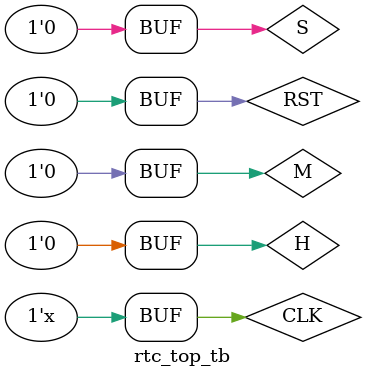
<source format=v>
module rtc_top(
               input clk,rst,h,m,s,
               output [6:0]h_l,h_m,m_l,m_m,s_l,s_m
);
wire [3:0]hl,hm,ml,mm,sl,sm;
wire n_clk;

rtc_clock_div  dut1(.i_clk(clk), .rst(rst), .o_clk(n_clk)); 

rtc_count   dut2(.c_clk(n_clk), .c_rst(rst),  .h(h),.m(m), .s(s),  
                     .hr_l(hl), .hr_m(hm), .mn_l(ml), .mn_m(mm), .se_l(sl), .se_m(sm) );  

rtc_7seg  dut3(.bcd(hl), .seg(h_l));
rtc_7seg  dut4(.bcd(hm), .seg(h_m)); 
rtc_7seg  dut5(.bcd(ml), .seg(m_l));

rtc_7seg  dut6(.bcd(mm), .seg(m_m));
rtc_7seg  dut7(.bcd(sl), .seg(s_l));
rtc_7seg  dut8(.bcd(sm), .seg(s_m));


endmodule

module rtc_top_tb;

reg CLK,RST,H,M,S;
wire [6:0]H_L,H_M, M_L,M_M,S_L,S_M;

rtc_top dut9 (.clk(CLK), .rst(RST), .h(H), .m(M), .s(S), .h_l(H_L), .h_m(H_M), .m_m(M_M), .m_l(M_L), .s_l(S_L), .s_m(S_M));

initial begin
     $monitor("(%0d)\t%0d%0d:\t%0d%0d:\t%0d%0d:\t",$time,dut9.hm,dut9.hl,dut9.mm,dut9.ml,dut9.sm,dut9.sl);
     CLK=0;RST=1;
     H=0;M=0;S=0;
     #5RST=0;
end

always #5 CLK=~CLK;

endmodule
</source>
